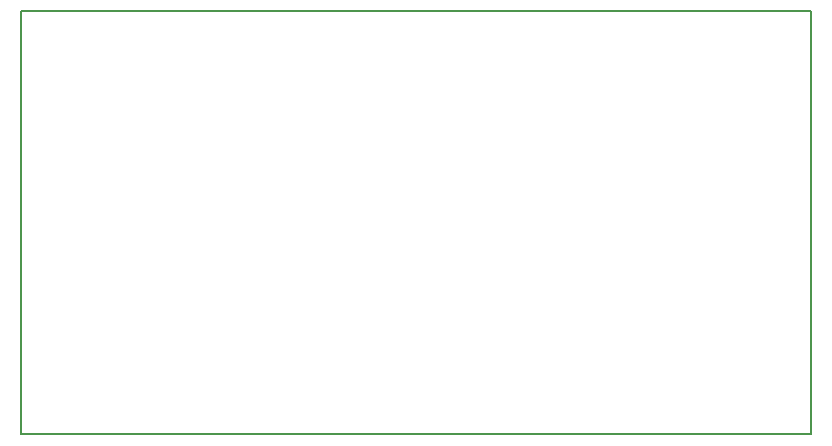
<source format=gm1>
G04 #@! TF.GenerationSoftware,KiCad,Pcbnew,(5.0.2)-1*
G04 #@! TF.CreationDate,2019-02-20T17:00:52+00:00*
G04 #@! TF.ProjectId,Modulator,4d6f6475-6c61-4746-9f72-2e6b69636164,rev?*
G04 #@! TF.SameCoordinates,Original*
G04 #@! TF.FileFunction,Profile,NP*
%FSLAX46Y46*%
G04 Gerber Fmt 4.6, Leading zero omitted, Abs format (unit mm)*
G04 Created by KiCad (PCBNEW (5.0.2)-1) date 20/02/2019 17:00:52*
%MOMM*%
%LPD*%
G01*
G04 APERTURE LIST*
%ADD10C,0.150000*%
G04 APERTURE END LIST*
D10*
X131191000Y-69723000D02*
X64262000Y-69723000D01*
X131191000Y-33909000D02*
X131191000Y-69723000D01*
X64262000Y-33909000D02*
X131191000Y-33909000D01*
X64262000Y-69723000D02*
X64262000Y-33909000D01*
M02*

</source>
